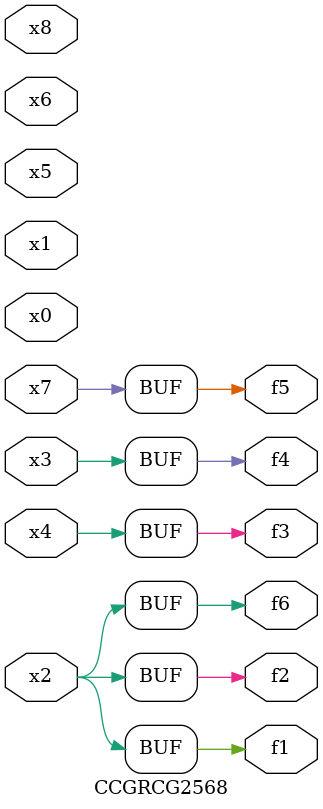
<source format=v>
module CCGRCG2568(
	input x0, x1, x2, x3, x4, x5, x6, x7, x8,
	output f1, f2, f3, f4, f5, f6
);
	assign f1 = x2;
	assign f2 = x2;
	assign f3 = x4;
	assign f4 = x3;
	assign f5 = x7;
	assign f6 = x2;
endmodule

</source>
